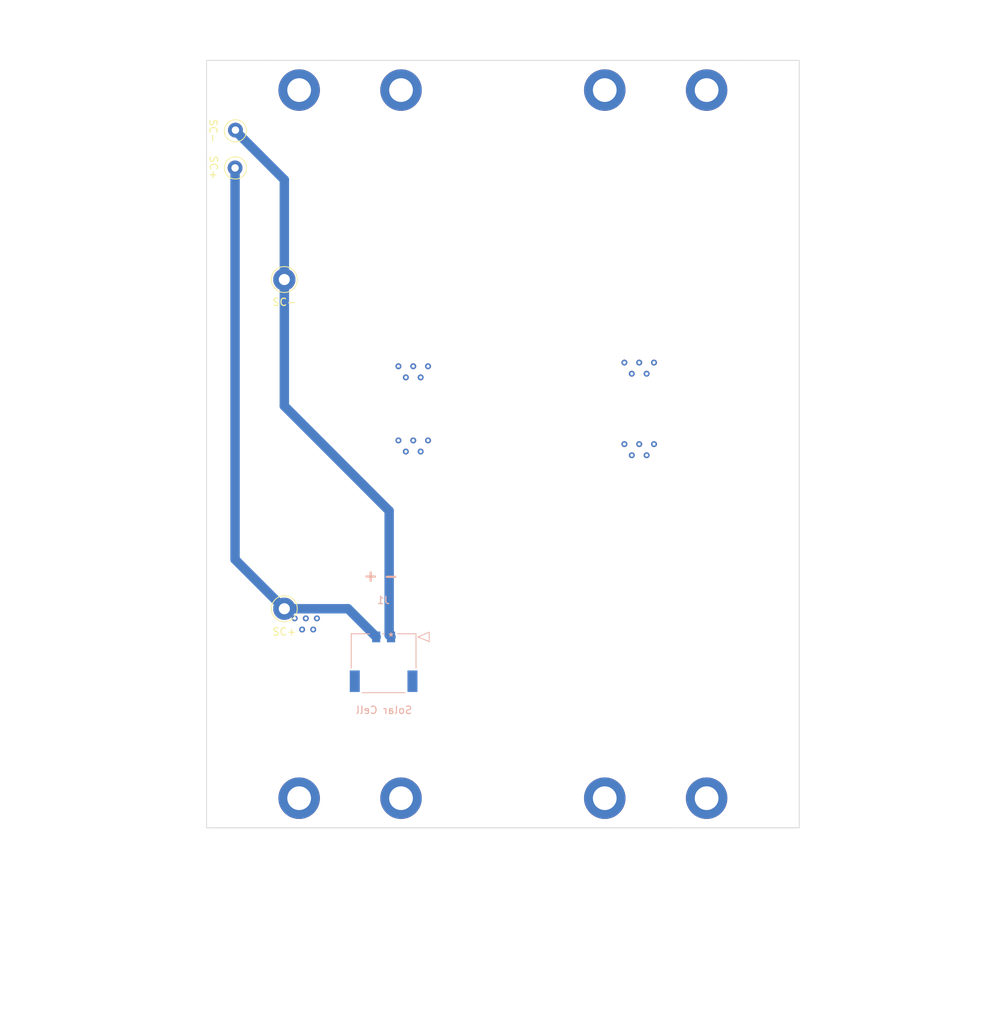
<source format=kicad_pcb>
(kicad_pcb (version 20211014) (generator pcbnew)
  (title_block (title "Solar Cell PCB (non-USB side)") (date "2022-12-25") (rev "2"))
  (layers (0 "F.Cu" signal) (31 "B.Cu" signal) (34 "B.Paste" user) (35 "F.Paste" user) (36 "B.SilkS" user "B.Silkscreen") (37 "F.SilkS" user "F.Silkscreen") (38 "B.Mask" user) (39 "F.Mask" user) (44 "Edge.Cuts" user))
  (net 0 "")
  (net 1 "SC-")
  (net 2 "SC+")
  (footprint "TestPoint:TestPoint_Loop_D1.80mm_Drill1.0mm_Beaded" (layer "F.Cu") (at 76 53.25)
    (fp_text reference "TP1")
    (fp_text value "SC+" (at -2.95 -0.05 270 unlocked) (layer "F.SilkS"))
    (fp_circle (center 0 0) (end 1.5 0) (layer "F.SilkS") (width 0.12) (fill none))
    (pad "1" thru_hole circle (at -0.05 0) (size 2 2) (drill 1) (layers *.Cu *.Mask) (net 2 "SC+"))
  )
  (footprint "MountingHole:MountingHole_3.2mm_M3_DIN965_Pad" (layer "F.Cu") (at 98.35 138.25)
    (fp_text reference "H6")
    (fp_text value "MountingHole")
    (pad "1" thru_hole circle (at 0 0) (size 5.6 5.6) (drill 3.2) (layers *.Cu *.Mask))
  )
  (footprint "MountingHole:MountingHole_3.2mm_M3_DIN965_Pad" (layer "F.Cu") (at 84.6 42.75)
    (fp_text reference "H1")
    (fp_text value "MountingHole")
    (pad "1" thru_hole circle (at 0 0) (size 5.6 5.6) (drill 3.2) (layers *.Cu *.Mask))
  )
  (footprint "TestPoint:TestPoint_THTPad_D3.0mm_Drill1.5mm" (layer "F.Cu") (at 82.6 112.7)
    (fp_text reference "SC1")
    (fp_text value "SC+" (at 0 3.1) (layer "F.SilkS"))
    (fp_circle (center 0 0) (end 0 1.75) (layer "F.SilkS") (width 0.12) (fill none))
    (pad "1" thru_hole circle (at 0 0) (size 3 3) (drill 1.5) (layers *.Cu *.Mask) (net 2 "SC+"))
  )
  (footprint "MountingHole:MountingHole_3.2mm_M3_DIN965_Pad" (layer "F.Cu") (at 139.6 138.25)
    (fp_text reference "H8")
    (fp_text value "MountingHole")
    (pad "1" thru_hole circle (at 0 0) (size 5.6 5.6) (drill 3.2) (layers *.Cu *.Mask))
  )
  (footprint "MountingHole:MountingHole_3.2mm_M3_DIN965_Pad" (layer "F.Cu") (at 84.6 138.25)
    (fp_text reference "H5")
    (fp_text value "MountingHole")
    (pad "1" thru_hole circle (at 0 0) (size 5.6 5.6) (drill 3.2) (layers *.Cu *.Mask))
  )
  (footprint "MountingHole:MountingHole_3.2mm_M3_DIN965_Pad" (layer "F.Cu") (at 125.85 42.75)
    (fp_text reference "H3")
    (fp_text value "MountingHole")
    (pad "1" thru_hole circle (at 0 0) (size 5.6 5.6) (drill 3.2) (layers *.Cu *.Mask))
  )
  (footprint "TestPoint:TestPoint_Loop_D1.80mm_Drill1.0mm_Beaded" (layer "F.Cu") (at 76 48.25)
    (fp_text reference "TP2")
    (fp_text value "SC-" (at -3 0 270 unlocked) (layer "F.SilkS"))
    (fp_circle (center 0 0) (end 1.5 0) (layer "F.SilkS") (width 0.12) (fill none))
    (pad "1" thru_hole circle (at 0 -0.1) (size 2 2) (drill 1) (layers *.Cu *.Mask) (net 1 "SC-"))
  )
  (footprint "TestPoint:TestPoint_THTPad_D3.0mm_Drill1.5mm" (layer "F.Cu") (at 82.6 68.3)
    (fp_text reference "SC2")
    (fp_text value "SC-" (at 0 3.05) (layer "F.SilkS"))
    (fp_circle (center 0 0) (end 0 1.75) (layer "F.SilkS") (width 0.12) (fill none))
    (pad "1" thru_hole circle (at 0 0) (size 3 3) (drill 1.5) (layers *.Cu *.Mask) (net 1 "SC-"))
  )
  (footprint "MountingHole:MountingHole_3.2mm_M3_DIN965_Pad" (layer "F.Cu") (at 139.6 42.75)
    (fp_text reference "H4")
    (fp_text value "MountingHole")
    (pad "1" thru_hole circle (at 0 0) (size 5.6 5.6) (drill 3.2) (layers *.Cu *.Mask))
  )
  (footprint "MountingHole:MountingHole_3.2mm_M3_DIN965_Pad" (layer "F.Cu") (at 98.35 42.75)
    (fp_text reference "H2")
    (fp_text value "MountingHole")
    (pad "1" thru_hole circle (at 0 0) (size 5.6 5.6) (drill 3.2) (layers *.Cu *.Mask))
  )
  (footprint "MountingHole:MountingHole_3.2mm_M3_DIN965_Pad" (layer "F.Cu") (at 125.85 138.25)
    (fp_text reference "H7")
    (fp_text value "MountingHole")
    (pad "1" thru_hole circle (at 0 0) (size 5.6 5.6) (drill 3.2) (layers *.Cu *.Mask))
  )
  (footprint "Molex_PicoLock_2p_2mm_2053380002:2053380002" (layer "B.Cu") (at 97 116.5)
    (fp_text reference "J1" (at -1.0285 -4.950001 180) (layer "B.SilkS") (effects (justify mirror)))
    (fp_text value "Solar Cell" (at -0.9535 9.874999 180) (layer "B.SilkS") (effects (justify mirror)))
    (fp_text user "*" (at 0 0 180) (layer "B.SilkS") (effects (justify mirror)))
    (fp_line (start 3.628992 0) (end 5.152992 0.635) (layer "B.SilkS") (width 0.12))
    (fp_line (start -5.374991 4.20496) (end -5.374991 -0.425) (layer "B.SilkS") (width 0.12))
    (fp_line (start -5.374991 -0.425) (end -2.870041 -0.425) (layer "B.SilkS") (width 0.12))
    (fp_line (start 3.374992 -0.425) (end 3.374992 4.20496) (layer "B.SilkS") (width 0.12))
    (fp_line (start 5.152992 0.635) (end 5.152992 -0.635) (layer "B.SilkS") (width 0.12))
    (fp_line (start -1.129961 -0.425) (end -0.87004 -0.425) (layer "B.SilkS") (width 0.12))
    (fp_line (start 5.152992 -0.635) (end 3.628992 0) (layer "B.SilkS") (width 0.12))
    (fp_line (start 0.87004 -0.425) (end 3.374992 -0.425) (layer "B.SilkS") (width 0.12))
    (fp_line (start 1.915982 7.525) (end -3.915981 7.525) (layer "B.SilkS") (width 0.12))
    (pad "1" smd rect (at 0 0) (size 1.1 1.45) (layers "B.Cu" "B.Paste" "B.Mask") (net 1 "SC-"))
    (pad "2" smd rect (at -2.000001 0) (size 1.1 1.45) (layers "B.Cu" "B.Paste" "B.Mask") (net 2 "SC+"))
    (pad "3" smd rect (at 2.894998 5.974999) (size 1.35 2.899999) (layers "B.Cu" "B.Paste" "B.Mask"))
    (pad "4" smd rect (at -4.894997 5.974999) (size 1.35 2.899999) (layers "B.Cu" "B.Paste" "B.Mask"))
  )
  (gr_line (start 143.6 38.75) (end 152.1 38.75) (layer "Edge.Cuts") (width 0.1))
  (gr_line (start 80.6 142.25) (end 88.6 142.25) (layer "Edge.Cuts") (width 0.1))
  (gr_line (start 135.6 142.25) (end 88.6 142.25) (layer "Edge.Cuts") (width 0.1))
  (gr_line (start 80.65 38.75) (end 88.65 38.75) (layer "Edge.Cuts") (width 0.1))
  (gr_line (start 135.6 38.75) (end 143.6 38.75) (layer "Edge.Cuts") (width 0.1))
  (gr_line (start 152.1 38.75) (end 152.1 142.25) (layer "Edge.Cuts") (width 0.1))
  (gr_line (start 80.6 142.25) (end 72.1 142.25) (layer "Edge.Cuts") (width 0.1))
  (gr_line (start 143.6 142.25) (end 152.1 142.25) (layer "Edge.Cuts") (width 0.1))
  (gr_line (start 135.6 142.25) (end 143.6 142.25) (layer "Edge.Cuts") (width 0.1))
  (gr_line (start 88.65 38.75) (end 135.6 38.75) (layer "Edge.Cuts") (width 0.1))
  (gr_line (start 80.65 38.75) (end 72.1 38.75) (layer "Edge.Cuts") (width 0.1))
  (gr_line (start 72.1 142.25) (end 72.1 38.75) (layer "Edge.Cuts") (width 0.1))
  (gr_text "-" (at 97 108.5 -180) (layer "B.SilkS") (effects (font (size 1.5 1.5) (thickness 0.3)) (justify mirror)))
  (gr_text "+" (at 94.25 108.25) (layer "B.SilkS") (effects (font (size 1.5 1.5) (thickness 0.3)) (justify mirror)))
  (via (at 131.5 81) (size 0.8) (drill 0.4) (layers "F.Cu" "B.Cu") (net 0))
  (via (at 132.5 79.5) (size 0.8) (drill 0.4) (layers "F.Cu" "B.Cu") (net 0))
  (via (at 130.5 79.5) (size 0.8) (drill 0.4) (layers "F.Cu" "B.Cu") (net 0))
  (via (at 86.5 115.5) (size 0.8) (drill 0.4) (layers "F.Cu" "B.Cu") (net 0))
  (via (at 87 114) (size 0.8) (drill 0.4) (layers "F.Cu" "B.Cu") (net 0))
  (via (at 130.5 90.5) (size 0.8) (drill 0.4) (layers "F.Cu" "B.Cu") (net 0))
  (via (at 84 114) (size 0.8) (drill 0.4) (layers "F.Cu" "B.Cu") (net 0))
  (via (at 101 81.5) (size 0.8) (drill 0.4) (layers "F.Cu" "B.Cu") (net 0))
  (via (at 99 91.5) (size 0.8) (drill 0.4) (layers "F.Cu" "B.Cu") (net 0))
  (via (at 100 90) (size 0.8) (drill 0.4) (layers "F.Cu" "B.Cu") (net 0))
  (via (at 129.5 92) (size 0.8) (drill 0.4) (layers "F.Cu" "B.Cu") (net 0))
  (via (at 102 80) (size 0.8) (drill 0.4) (layers "F.Cu" "B.Cu") (net 0))
  (via (at 85.5 114) (size 0.8) (drill 0.4) (layers "F.Cu" "B.Cu") (net 0))
  (via (at 131.5 92) (size 0.8) (drill 0.4) (layers "F.Cu" "B.Cu") (net 0))
  (via (at 98 90) (size 0.8) (drill 0.4) (layers "F.Cu" "B.Cu") (net 0))
  (via (at 128.5 90.5) (size 0.8) (drill 0.4) (layers "F.Cu" "B.Cu") (net 0))
  (via (at 102 90) (size 0.8) (drill 0.4) (layers "F.Cu" "B.Cu") (net 0))
  (via (at 100 80) (size 0.8) (drill 0.4) (layers "F.Cu" "B.Cu") (net 0))
  (via (at 128.5 79.5) (size 0.8) (drill 0.4) (layers "F.Cu" "B.Cu") (net 0))
  (via (at 98 80) (size 0.8) (drill 0.4) (layers "F.Cu" "B.Cu") (net 0))
  (via (at 101 91.5) (size 0.8) (drill 0.4) (layers "F.Cu" "B.Cu") (net 0))
  (via (at 99 81.5) (size 0.8) (drill 0.4) (layers "F.Cu" "B.Cu") (net 0))
  (via (at 132.5 90.5) (size 0.8) (drill 0.4) (layers "F.Cu" "B.Cu") (net 0))
  (via (at 85 115.5) (size 0.8) (drill 0.4) (layers "F.Cu" "B.Cu") (net 0))
  (via (at 129.5 81) (size 0.8) (drill 0.4) (layers "F.Cu" "B.Cu") (net 0))
  (segment (start 82.6 54.85) (end 76 48.25) (width 1.27) (layer "B.Cu") (net 1))
  (segment (start 96.75 116.25) (end 97 116.5) (width 1.27) (layer "B.Cu") (net 1))
  (segment (start 82.6 68.3) (end 82.6 54.85) (width 1.27) (layer "B.Cu") (net 1))
  (segment (start 82.6 85.35) (end 96.75 99.5) (width 1.27) (layer "B.Cu") (net 1))
  (segment (start 82.6 68.3) (end 82.6 85.35) (width 1.27) (layer "B.Cu") (net 1))
  (segment (start 96.75 99.5) (end 96.75 116.25) (width 1.27) (layer "B.Cu") (net 1))
  (segment (start 75.95 106.05) (end 75.95 53.25) (width 1.27) (layer "B.Cu") (net 2))
  (segment (start 94.999999 116.5) (end 91.199999 112.7) (width 1.27) (layer "B.Cu") (net 2))
  (segment (start 91.199999 112.7) (end 82.6 112.7) (width 1.27) (layer "B.Cu") (net 2))
  (segment (start 82.8 112.5) (end 82.6 112.7) (width 1.27) (layer "B.Cu") (net 2))
  (segment (start 82.6 112.7) (end 75.95 106.05) (width 1.27) (layer "B.Cu") (net 2))
)
</source>
